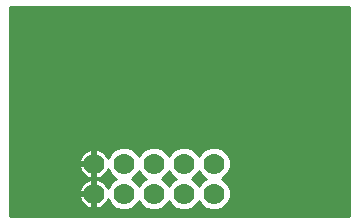
<source format=gbl>
G75*
%MOIN*%
%OFA0B0*%
%FSLAX25Y25*%
%IPPOS*%
%LPD*%
%AMOC8*
5,1,8,0,0,1.08239X$1,22.5*
%
%ADD10C,0.07000*%
%ADD11C,0.01000*%
%ADD12C,0.02781*%
D10*
X0033941Y0045000D03*
X0043941Y0045000D03*
X0053941Y0045000D03*
X0063941Y0045000D03*
X0073941Y0045000D03*
X0073941Y0055000D03*
X0063941Y0055000D03*
X0053941Y0055000D03*
X0043941Y0055000D03*
X0033941Y0055000D03*
D11*
X0006000Y0037502D02*
X0006000Y0107242D01*
X0119047Y0107242D01*
X0119047Y0037502D01*
X0006000Y0037502D01*
X0006000Y0037995D02*
X0119047Y0037995D01*
X0119047Y0038993D02*
X0006000Y0038993D01*
X0006000Y0039992D02*
X0041399Y0039992D01*
X0040769Y0040253D02*
X0042827Y0039400D01*
X0045055Y0039400D01*
X0047113Y0040253D01*
X0048688Y0041828D01*
X0048941Y0042438D01*
X0049193Y0041828D01*
X0050769Y0040253D01*
X0052827Y0039400D01*
X0055055Y0039400D01*
X0057113Y0040253D01*
X0058688Y0041828D01*
X0058941Y0042438D01*
X0059193Y0041828D01*
X0060769Y0040253D01*
X0062827Y0039400D01*
X0065055Y0039400D01*
X0067113Y0040253D01*
X0068688Y0041828D01*
X0068941Y0042438D01*
X0069193Y0041828D01*
X0070769Y0040253D01*
X0072827Y0039400D01*
X0075055Y0039400D01*
X0077113Y0040253D01*
X0078688Y0041828D01*
X0079541Y0043886D01*
X0079541Y0046114D01*
X0078688Y0048172D01*
X0077113Y0049747D01*
X0076503Y0050000D01*
X0077113Y0050253D01*
X0078688Y0051828D01*
X0079541Y0053886D01*
X0079541Y0056114D01*
X0078688Y0058172D01*
X0077113Y0059747D01*
X0075055Y0060600D01*
X0072827Y0060600D01*
X0070769Y0059747D01*
X0069193Y0058172D01*
X0068941Y0057562D01*
X0068688Y0058172D01*
X0067113Y0059747D01*
X0065055Y0060600D01*
X0062827Y0060600D01*
X0060769Y0059747D01*
X0059193Y0058172D01*
X0058941Y0057562D01*
X0058688Y0058172D01*
X0057113Y0059747D01*
X0055055Y0060600D01*
X0052827Y0060600D01*
X0050769Y0059747D01*
X0049193Y0058172D01*
X0048941Y0057562D01*
X0048688Y0058172D01*
X0047113Y0059747D01*
X0045055Y0060600D01*
X0042827Y0060600D01*
X0040769Y0059747D01*
X0039193Y0058172D01*
X0038619Y0056784D01*
X0038575Y0056919D01*
X0038217Y0057621D01*
X0037755Y0058257D01*
X0037198Y0058814D01*
X0036562Y0059276D01*
X0035860Y0059634D01*
X0035112Y0059877D01*
X0034441Y0059983D01*
X0034441Y0055500D01*
X0033441Y0055500D01*
X0033441Y0059983D01*
X0032770Y0059877D01*
X0032022Y0059634D01*
X0031320Y0059276D01*
X0030684Y0058814D01*
X0030127Y0058257D01*
X0029665Y0057621D01*
X0029307Y0056919D01*
X0029064Y0056171D01*
X0028958Y0055500D01*
X0033441Y0055500D01*
X0033441Y0054500D01*
X0034441Y0054500D01*
X0034441Y0050017D01*
X0035112Y0050123D01*
X0035860Y0050366D01*
X0036562Y0050724D01*
X0037198Y0051186D01*
X0037755Y0051743D01*
X0038217Y0052379D01*
X0038575Y0053081D01*
X0038619Y0053216D01*
X0039193Y0051828D01*
X0040769Y0050253D01*
X0041379Y0050000D01*
X0040769Y0049747D01*
X0039193Y0048172D01*
X0038619Y0046784D01*
X0038575Y0046919D01*
X0038217Y0047621D01*
X0037755Y0048257D01*
X0037198Y0048814D01*
X0036562Y0049276D01*
X0035860Y0049634D01*
X0035112Y0049877D01*
X0034441Y0049983D01*
X0034441Y0045500D01*
X0033441Y0045500D01*
X0033441Y0049983D01*
X0032770Y0049877D01*
X0032022Y0049634D01*
X0031320Y0049276D01*
X0030684Y0048814D01*
X0030127Y0048257D01*
X0029665Y0047621D01*
X0029307Y0046919D01*
X0029064Y0046171D01*
X0028958Y0045500D01*
X0033441Y0045500D01*
X0033441Y0044500D01*
X0034441Y0044500D01*
X0034441Y0040017D01*
X0035112Y0040123D01*
X0035860Y0040366D01*
X0036562Y0040724D01*
X0037198Y0041186D01*
X0037755Y0041743D01*
X0038217Y0042379D01*
X0038575Y0043081D01*
X0038619Y0043216D01*
X0039193Y0041828D01*
X0040769Y0040253D01*
X0040031Y0040990D02*
X0036928Y0040990D01*
X0037933Y0041989D02*
X0039127Y0041989D01*
X0038713Y0042987D02*
X0038527Y0042987D01*
X0034441Y0042987D02*
X0033441Y0042987D01*
X0033441Y0041989D02*
X0034441Y0041989D01*
X0034441Y0040990D02*
X0033441Y0040990D01*
X0033441Y0040017D02*
X0033441Y0044500D01*
X0028958Y0044500D01*
X0029064Y0043829D01*
X0029307Y0043081D01*
X0029665Y0042379D01*
X0030127Y0041743D01*
X0030684Y0041186D01*
X0031320Y0040724D01*
X0032022Y0040366D01*
X0032770Y0040123D01*
X0033441Y0040017D01*
X0030954Y0040990D02*
X0006000Y0040990D01*
X0006000Y0041989D02*
X0029949Y0041989D01*
X0029355Y0042987D02*
X0006000Y0042987D01*
X0006000Y0043986D02*
X0029039Y0043986D01*
X0029034Y0045983D02*
X0006000Y0045983D01*
X0006000Y0046981D02*
X0029339Y0046981D01*
X0029925Y0047980D02*
X0006000Y0047980D01*
X0006000Y0048978D02*
X0030910Y0048978D01*
X0032022Y0050366D02*
X0032770Y0050123D01*
X0033441Y0050017D01*
X0033441Y0054500D01*
X0028958Y0054500D01*
X0029064Y0053829D01*
X0029307Y0053081D01*
X0029665Y0052379D01*
X0030127Y0051743D01*
X0030684Y0051186D01*
X0031320Y0050724D01*
X0032022Y0050366D01*
X0030974Y0050975D02*
X0006000Y0050975D01*
X0006000Y0049977D02*
X0033400Y0049977D01*
X0033441Y0049977D02*
X0034441Y0049977D01*
X0034482Y0049977D02*
X0041322Y0049977D01*
X0040046Y0050975D02*
X0036908Y0050975D01*
X0037923Y0051974D02*
X0039133Y0051974D01*
X0038719Y0052972D02*
X0038519Y0052972D01*
X0034441Y0052972D02*
X0033441Y0052972D01*
X0033441Y0051974D02*
X0034441Y0051974D01*
X0034441Y0050975D02*
X0033441Y0050975D01*
X0033441Y0048978D02*
X0034441Y0048978D01*
X0034441Y0047980D02*
X0033441Y0047980D01*
X0033441Y0046981D02*
X0034441Y0046981D01*
X0034441Y0045983D02*
X0033441Y0045983D01*
X0033441Y0044984D02*
X0006000Y0044984D01*
X0006000Y0051974D02*
X0029959Y0051974D01*
X0029363Y0052972D02*
X0006000Y0052972D01*
X0006000Y0053971D02*
X0029042Y0053971D01*
X0029032Y0055968D02*
X0006000Y0055968D01*
X0006000Y0056966D02*
X0029331Y0056966D01*
X0029915Y0057965D02*
X0006000Y0057965D01*
X0006000Y0058963D02*
X0030889Y0058963D01*
X0033441Y0058963D02*
X0034441Y0058963D01*
X0034441Y0057965D02*
X0033441Y0057965D01*
X0033441Y0056966D02*
X0034441Y0056966D01*
X0034441Y0055968D02*
X0033441Y0055968D01*
X0033441Y0054969D02*
X0006000Y0054969D01*
X0006000Y0059962D02*
X0033306Y0059962D01*
X0033441Y0059962D02*
X0034441Y0059962D01*
X0034576Y0059962D02*
X0041286Y0059962D01*
X0039985Y0058963D02*
X0036992Y0058963D01*
X0037967Y0057965D02*
X0039108Y0057965D01*
X0038694Y0056966D02*
X0038551Y0056966D01*
X0034441Y0053971D02*
X0033441Y0053971D01*
X0036972Y0048978D02*
X0040000Y0048978D01*
X0039114Y0047980D02*
X0037956Y0047980D01*
X0038543Y0046981D02*
X0038700Y0046981D01*
X0034441Y0043986D02*
X0033441Y0043986D01*
X0046483Y0039992D02*
X0051399Y0039992D01*
X0050031Y0040990D02*
X0047851Y0040990D01*
X0048755Y0041989D02*
X0049127Y0041989D01*
X0048941Y0047562D02*
X0048688Y0048172D01*
X0047113Y0049747D01*
X0046503Y0050000D01*
X0047113Y0050253D01*
X0048688Y0051828D01*
X0048941Y0052438D01*
X0049193Y0051828D01*
X0050769Y0050253D01*
X0051379Y0050000D01*
X0050769Y0049747D01*
X0049193Y0048172D01*
X0048941Y0047562D01*
X0048768Y0047980D02*
X0049114Y0047980D01*
X0050000Y0048978D02*
X0047882Y0048978D01*
X0046560Y0049977D02*
X0051322Y0049977D01*
X0050046Y0050975D02*
X0047836Y0050975D01*
X0048749Y0051974D02*
X0049133Y0051974D01*
X0049108Y0057965D02*
X0048774Y0057965D01*
X0047897Y0058963D02*
X0049985Y0058963D01*
X0051286Y0059962D02*
X0046596Y0059962D01*
X0056596Y0059962D02*
X0061286Y0059962D01*
X0059985Y0058963D02*
X0057897Y0058963D01*
X0058774Y0057965D02*
X0059108Y0057965D01*
X0058941Y0052438D02*
X0059193Y0051828D01*
X0060769Y0050253D01*
X0061379Y0050000D01*
X0060769Y0049747D01*
X0059193Y0048172D01*
X0058941Y0047562D01*
X0058688Y0048172D01*
X0057113Y0049747D01*
X0056503Y0050000D01*
X0057113Y0050253D01*
X0058688Y0051828D01*
X0058941Y0052438D01*
X0058749Y0051974D02*
X0059133Y0051974D01*
X0060046Y0050975D02*
X0057836Y0050975D01*
X0056560Y0049977D02*
X0061322Y0049977D01*
X0060000Y0048978D02*
X0057882Y0048978D01*
X0058768Y0047980D02*
X0059114Y0047980D01*
X0059127Y0041989D02*
X0058755Y0041989D01*
X0057851Y0040990D02*
X0060031Y0040990D01*
X0061399Y0039992D02*
X0056483Y0039992D01*
X0066483Y0039992D02*
X0071399Y0039992D01*
X0070031Y0040990D02*
X0067851Y0040990D01*
X0068755Y0041989D02*
X0069127Y0041989D01*
X0068941Y0047562D02*
X0068688Y0048172D01*
X0067113Y0049747D01*
X0066503Y0050000D01*
X0067113Y0050253D01*
X0068688Y0051828D01*
X0068941Y0052438D01*
X0069193Y0051828D01*
X0070769Y0050253D01*
X0071379Y0050000D01*
X0070769Y0049747D01*
X0069193Y0048172D01*
X0068941Y0047562D01*
X0068768Y0047980D02*
X0069114Y0047980D01*
X0070000Y0048978D02*
X0067882Y0048978D01*
X0066560Y0049977D02*
X0071322Y0049977D01*
X0070046Y0050975D02*
X0067836Y0050975D01*
X0068749Y0051974D02*
X0069133Y0051974D01*
X0069108Y0057965D02*
X0068774Y0057965D01*
X0067897Y0058963D02*
X0069985Y0058963D01*
X0071286Y0059962D02*
X0066596Y0059962D01*
X0076596Y0059962D02*
X0119047Y0059962D01*
X0119047Y0060960D02*
X0006000Y0060960D01*
X0006000Y0061959D02*
X0119047Y0061959D01*
X0119047Y0062957D02*
X0006000Y0062957D01*
X0006000Y0063956D02*
X0119047Y0063956D01*
X0119047Y0064954D02*
X0006000Y0064954D01*
X0006000Y0065953D02*
X0119047Y0065953D01*
X0119047Y0066951D02*
X0006000Y0066951D01*
X0006000Y0067950D02*
X0119047Y0067950D01*
X0119047Y0068948D02*
X0006000Y0068948D01*
X0006000Y0069947D02*
X0119047Y0069947D01*
X0119047Y0070945D02*
X0006000Y0070945D01*
X0006000Y0071944D02*
X0119047Y0071944D01*
X0119047Y0072942D02*
X0006000Y0072942D01*
X0006000Y0073941D02*
X0119047Y0073941D01*
X0119047Y0074939D02*
X0006000Y0074939D01*
X0006000Y0075938D02*
X0119047Y0075938D01*
X0119047Y0076936D02*
X0006000Y0076936D01*
X0006000Y0077935D02*
X0119047Y0077935D01*
X0119047Y0078933D02*
X0006000Y0078933D01*
X0006000Y0079932D02*
X0119047Y0079932D01*
X0119047Y0080931D02*
X0006000Y0080931D01*
X0006000Y0081929D02*
X0119047Y0081929D01*
X0119047Y0082928D02*
X0006000Y0082928D01*
X0006000Y0083926D02*
X0119047Y0083926D01*
X0119047Y0084925D02*
X0006000Y0084925D01*
X0006000Y0085923D02*
X0119047Y0085923D01*
X0119047Y0086922D02*
X0006000Y0086922D01*
X0006000Y0087920D02*
X0119047Y0087920D01*
X0119047Y0088919D02*
X0006000Y0088919D01*
X0006000Y0089917D02*
X0119047Y0089917D01*
X0119047Y0090916D02*
X0006000Y0090916D01*
X0006000Y0091914D02*
X0119047Y0091914D01*
X0119047Y0092913D02*
X0006000Y0092913D01*
X0006000Y0093911D02*
X0119047Y0093911D01*
X0119047Y0094910D02*
X0006000Y0094910D01*
X0006000Y0095908D02*
X0119047Y0095908D01*
X0119047Y0096907D02*
X0006000Y0096907D01*
X0006000Y0097905D02*
X0119047Y0097905D01*
X0119047Y0098904D02*
X0006000Y0098904D01*
X0006000Y0099902D02*
X0119047Y0099902D01*
X0119047Y0100901D02*
X0006000Y0100901D01*
X0006000Y0101899D02*
X0119047Y0101899D01*
X0119047Y0102898D02*
X0006000Y0102898D01*
X0006000Y0103896D02*
X0119047Y0103896D01*
X0119047Y0104895D02*
X0006000Y0104895D01*
X0006000Y0105893D02*
X0119047Y0105893D01*
X0119047Y0106892D02*
X0006000Y0106892D01*
X0076560Y0049977D02*
X0119047Y0049977D01*
X0119047Y0050975D02*
X0077836Y0050975D01*
X0078749Y0051974D02*
X0119047Y0051974D01*
X0119047Y0052972D02*
X0079162Y0052972D01*
X0079541Y0053971D02*
X0119047Y0053971D01*
X0119047Y0054969D02*
X0079541Y0054969D01*
X0079541Y0055968D02*
X0119047Y0055968D01*
X0119047Y0056966D02*
X0079188Y0056966D01*
X0078774Y0057965D02*
X0119047Y0057965D01*
X0119047Y0058963D02*
X0077897Y0058963D01*
X0077882Y0048978D02*
X0119047Y0048978D01*
X0119047Y0047980D02*
X0078768Y0047980D01*
X0079182Y0046981D02*
X0119047Y0046981D01*
X0119047Y0045983D02*
X0079541Y0045983D01*
X0079541Y0044984D02*
X0119047Y0044984D01*
X0119047Y0043986D02*
X0079541Y0043986D01*
X0079169Y0042987D02*
X0119047Y0042987D01*
X0119047Y0041989D02*
X0078755Y0041989D01*
X0077851Y0040990D02*
X0119047Y0040990D01*
X0119047Y0039992D02*
X0076483Y0039992D01*
D12*
X0092051Y0056624D03*
X0092051Y0064498D03*
X0092051Y0072372D03*
X0092051Y0080246D03*
X0084177Y0088120D03*
X0076303Y0088120D03*
X0068429Y0088120D03*
X0060555Y0088120D03*
X0052681Y0088120D03*
X0044807Y0088120D03*
X0036933Y0088120D03*
X0036933Y0080246D03*
X0036933Y0072372D03*
X0032996Y0064498D03*
X0025122Y0064498D03*
X0025122Y0056624D03*
X0025122Y0048750D03*
X0025122Y0040876D03*
X0040870Y0064498D03*
X0056618Y0064498D03*
X0064492Y0064498D03*
X0072366Y0064498D03*
X0080240Y0064498D03*
X0099925Y0052687D03*
X0107799Y0048750D03*
X0107799Y0040876D03*
M02*

</source>
